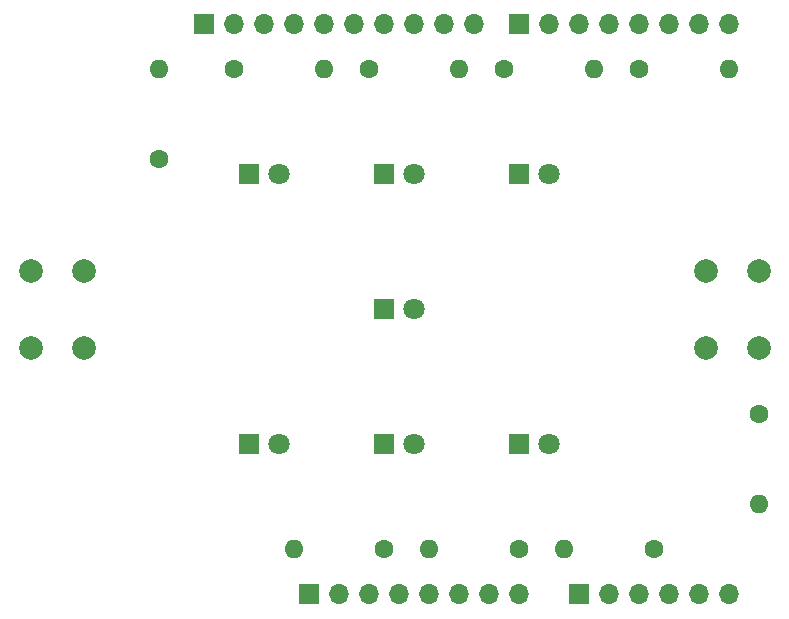
<source format=gbr>
%TF.GenerationSoftware,KiCad,Pcbnew,(6.0.7)*%
%TF.CreationDate,2022-08-31T11:28:36+09:00*%
%TF.ProjectId,LED_Dice,4c45445f-4469-4636-952e-6b696361645f,rev?*%
%TF.SameCoordinates,Original*%
%TF.FileFunction,Soldermask,Bot*%
%TF.FilePolarity,Negative*%
%FSLAX46Y46*%
G04 Gerber Fmt 4.6, Leading zero omitted, Abs format (unit mm)*
G04 Created by KiCad (PCBNEW (6.0.7)) date 2022-08-31 11:28:36*
%MOMM*%
%LPD*%
G01*
G04 APERTURE LIST*
%ADD10R,1.700000X1.700000*%
%ADD11O,1.700000X1.700000*%
%ADD12C,2.000000*%
%ADD13C,1.600000*%
%ADD14O,1.600000X1.600000*%
%ADD15C,1.800000*%
%ADD16R,1.800000X1.800000*%
G04 APERTURE END LIST*
D10*
%TO.C,J4*%
X242570000Y-29210000D03*
D11*
X245110000Y-29210000D03*
X247650000Y-29210000D03*
X250190000Y-29210000D03*
X252730000Y-29210000D03*
X255270000Y-29210000D03*
X257810000Y-29210000D03*
X260350000Y-29210000D03*
%TD*%
D10*
%TO.C,J3*%
X215900000Y-29210000D03*
D11*
X218440000Y-29210000D03*
X220980000Y-29210000D03*
X223520000Y-29210000D03*
X226060000Y-29210000D03*
X228600000Y-29210000D03*
X231140000Y-29210000D03*
X233680000Y-29210000D03*
X236220000Y-29210000D03*
X238760000Y-29210000D03*
%TD*%
D10*
%TO.C,J2*%
X247650000Y-77470000D03*
D11*
X250190000Y-77470000D03*
X252730000Y-77470000D03*
X255270000Y-77470000D03*
X257810000Y-77470000D03*
X260350000Y-77470000D03*
%TD*%
D10*
%TO.C,J1*%
X224790000Y-77470000D03*
D11*
X227330000Y-77470000D03*
X229870000Y-77470000D03*
X232410000Y-77470000D03*
X234950000Y-77470000D03*
X237490000Y-77470000D03*
X240030000Y-77470000D03*
X242570000Y-77470000D03*
%TD*%
D12*
%TO.C,SW2*%
X258390000Y-56590000D03*
X258390000Y-50090000D03*
X262890000Y-50090000D03*
X262890000Y-56590000D03*
%TD*%
%TO.C,SW1*%
X201240000Y-56590000D03*
X201240000Y-50090000D03*
X205740000Y-50090000D03*
X205740000Y-56590000D03*
%TD*%
D13*
%TO.C,R9*%
X262890000Y-62230000D03*
D14*
X262890000Y-69850000D03*
%TD*%
D13*
%TO.C,R8*%
X212090000Y-40640000D03*
D14*
X212090000Y-33020000D03*
%TD*%
D13*
%TO.C,R7*%
X218440000Y-33020000D03*
D14*
X226060000Y-33020000D03*
%TD*%
D13*
%TO.C,R6*%
X229870000Y-33020000D03*
D14*
X237490000Y-33020000D03*
%TD*%
D13*
%TO.C,R5*%
X241300000Y-33020000D03*
D14*
X248920000Y-33020000D03*
%TD*%
D13*
%TO.C,R4*%
X252730000Y-33020000D03*
D14*
X260350000Y-33020000D03*
%TD*%
D13*
%TO.C,R3*%
X231140000Y-73660000D03*
D14*
X223520000Y-73660000D03*
%TD*%
D13*
%TO.C,R2*%
X242570000Y-73660000D03*
D14*
X234950000Y-73660000D03*
%TD*%
D13*
%TO.C,R1*%
X254000000Y-73660000D03*
D14*
X246380000Y-73660000D03*
%TD*%
D15*
%TO.C,D7*%
X222250000Y-41910000D03*
D16*
X219710000Y-41910000D03*
%TD*%
%TO.C,D6*%
X231140000Y-41910000D03*
D15*
X233680000Y-41910000D03*
%TD*%
D16*
%TO.C,D5*%
X242570000Y-41910000D03*
D15*
X245110000Y-41910000D03*
%TD*%
D16*
%TO.C,D4*%
X219710000Y-64770000D03*
D15*
X222250000Y-64770000D03*
%TD*%
D16*
%TO.C,D3*%
X231140000Y-64770000D03*
D15*
X233680000Y-64770000D03*
%TD*%
D16*
%TO.C,D2*%
X242570000Y-64770000D03*
D15*
X245110000Y-64770000D03*
%TD*%
D16*
%TO.C,D1*%
X231140000Y-53340000D03*
D15*
X233680000Y-53340000D03*
%TD*%
M02*

</source>
